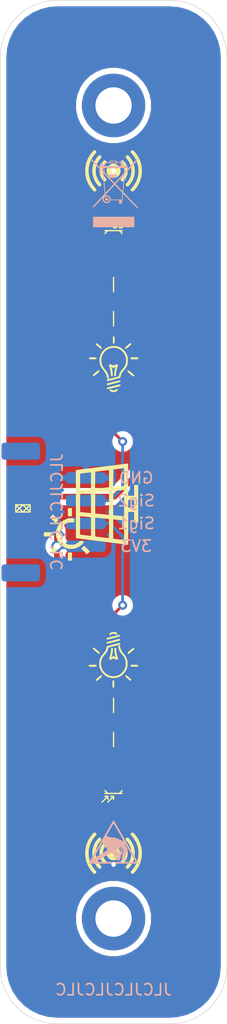
<source format=kicad_pcb>
(kicad_pcb (version 20171130) (host pcbnew "(5.1.10)-1")
  (layers (0 F.Cu signal hide) (31 B.Cu signal hide) (34 B.Paste user) (35 F.Paste user) (36 B.SilkS user) (37 F.SilkS user) (38 B.Mask user) (39 F.Mask user) (44 Edge.Cuts user))
  (net 0 "")
  (net 1 GND)
  (net 2 Signal1)
  (net 3 Signal2)
  (net 4 +3V3)
  (net 5 "Net-(Q1-Pad2)")
  (net 6 "Net-(Q2-Pad2)")
  (module Icons:esd-warning (layer F.Cu) (at 185 129)
    (fp_text reference G*** hide)
    (fp_text value LOGO hide)
  )
  (module Icons:electronics-garbage (layer F.Cu) (at 185 72)
    (fp_text reference G*** hide)
    (fp_text value LOGO hide)
  )
  (module Connector_JST:JST_PH_S4B-PH-SM4-TB_1x04-1MP_P2.00mm_Horizontal (layer B.Cu) (at 179.7 100 90)
    (fp_text reference J1)
    (fp_text value Conn_01x04)
    (pad MP smd roundrect (at 5.35 -2.9 90) (size 1.5 3.4) (layers B.Cu B.Paste B.Mask) (roundrect_rratio 0.1666666666666667))
    (pad MP smd roundrect (at -5.35 -2.9 90) (size 1.5 3.4) (layers B.Cu B.Paste B.Mask) (roundrect_rratio 0.1666666666666667))
    (pad 4 smd roundrect (at 3 2.85 90) (size 1 3.5) (layers B.Cu B.Paste B.Mask) (net 1 GND))
    (pad 3 smd roundrect (at 1 2.85 90) (size 1 3.5) (layers B.Cu B.Paste B.Mask) (net 3 Signal2))
    (pad 2 smd roundrect (at -1 2.85 90) (size 1 3.5) (layers B.Cu B.Paste B.Mask) (net 2 Signal1))
    (pad 1 smd roundrect (at -3 2.85 90) (size 1 3.5) (layers B.Cu B.Paste B.Mask) (net 4 +3V3))
  )
  (module Icons:solar_tracker (layer F.Cu) (at 183 100 90)
    (fp_text reference G*** hide)
    (fp_text value LOGO hide)
  )
  (module Icons:sensor (layer F.Cu) (at 185 70)
    (fp_text reference G*** hide)
    (fp_text value LOGO hide)
  )
  (module Icons:sensor (layer F.Cu) (at 185 130)
    (fp_text reference G*** hide)
    (fp_text value LOGO hide)
  )
  (module Icons:light (layer F.Cu) (at 185 113 180)
    (fp_text reference G*** hide)
    (fp_text value LOGO hide)
  )
  (module Icons:light (layer F.Cu) (at 185 87)
    (fp_text reference G*** hide)
    (fp_text value LOGO hide)
  )
  (module Icons:nabo_Icon_2 (layer B.Cu) (at 191 100 270)
    (fp_text reference G*** hide)
    (fp_text value LOGO hide)
    (fp_poly (pts (xy 0.76041 2.467593) (xy 0.836677 2.431699) (xy 0.908049 2.368551) (xy 0.97782 2.287746) (xy 1.009198 2.211049) (xy 1.016 2.116987) (xy 1.001389 1.993582) (xy 0.950431 1.896214) (xy 0.936625 1.879041) (xy 0.887716 1.803713) (xy 0.860301 1.728383) (xy 0.858647 1.671412) (xy 0.883634 1.651) (xy 0.915651 1.676068) (xy 0.955072 1.735738) (xy 1.057777 1.865773) (xy 1.198475 1.957676) (xy 1.36228 2.008471) (xy 1.534304 2.015181) (xy 1.699662 1.974832) (xy 1.815703 1.907793) (xy 1.89683 1.863699) (xy 1.999081 1.830705) (xy 2.012964 1.827891) (xy 2.139308 1.778566) (xy 2.249526 1.68963) (xy 2.323299 1.579117) (xy 2.336162 1.541067) (xy 2.340677 1.412272) (xy 2.300447 1.282277) (xy 2.225109 1.175907) (xy 2.181083 1.141601) (xy 2.097789 1.100145) (xy 2.027249 1.079987) (xy 2.020316 1.079619) (xy 1.961252 1.059531) (xy 1.882969 1.009168) (xy 1.852524 0.98425) (xy 1.76523 0.915204) (xy 1.708845 0.892601) (xy 1.673657 0.914075) (xy 1.66201 0.937854) (xy 1.673142 0.986955) (xy 1.723226 1.052842) (xy 1.796072 1.120809) (xy 1.875492 1.17615) (xy 1.945298 1.204158) (xy 1.95628 1.205179) (xy 2.060323 1.235916) (xy 2.143539 1.311386) (xy 2.187784 1.412879) (xy 2.19075 1.44693) (xy 2.164073 1.565933) (xy 2.089869 1.64725) (xy 1.976881 1.682079) (xy 1.956512 1.68275) (xy 1.870573 1.696722) (xy 1.809696 1.730537) (xy 1.808012 1.732469) (xy 1.703487 1.813839) (xy 1.561354 1.86278) (xy 1.453266 1.87325) (xy 1.292734 1.843867) (xy 1.159313 1.759566) (xy 1.061437 1.626121) (xy 1.04745 1.595438) (xy 0.993865 1.535797) (xy 0.934274 1.524) (xy 0.856257 1.499254) (xy 0.772453 1.43782) (xy 0.702958 1.358906) (xy 0.66787 1.28172) (xy 0.66675 1.268311) (xy 0.672091 1.240857) (xy 0.695959 1.234241) (xy 0.750119 1.250647) (xy 0.846339 1.292259) (xy 0.881062 1.308103) (xy 1.002886 1.369732) (xy 1.11462 1.436075) (xy 1.190625 1.491609) (xy 1.335516 1.613351) (xy 1.444772 1.686866) (xy 1.521522 1.714221) (xy 1.528281 1.7145) (xy 1.575632 1.6929) (xy 1.586524 1.64462) (xy 1.5617 1.594442) (xy 1.523999 1.571625) (xy 1.465054 1.546197) (xy 1.46246 1.528141) (xy 1.509282 1.519648) (xy 1.598583 1.52291) (xy 1.656975 1.52963) (xy 1.792215 1.541029) (xy 1.872448 1.529187) (xy 1.902382 1.492462) (xy 1.894337 1.44676) (xy 1.846147 1.40802) (xy 1.755183 1.395171) (xy 1.639103 1.387388) (xy 1.517757 1.370896) (xy 1.508125 1.369115) (xy 1.381125 1.344888) (xy 1.500187 1.293189) (xy 1.581558 1.243099) (xy 1.61947 1.188364) (xy 1.606886 1.14104) (xy 1.594559 1.131488) (xy 1.553397 1.132831) (xy 1.472525 1.152111) (xy 1.396121 1.176203) (xy 1.243793 1.220829) (xy 1.122832 1.232707) (xy 1.00968 1.210958) (xy 0.88552 1.157112) (xy 0.795496 1.107718) (xy 0.755069 1.072619) (xy 0.755009 1.042212) (xy 0.763463 1.030112) (xy 0.830017 0.994302) (xy 0.93441 0.986447) (xy 1.057138 1.007229) (xy 1.09312 1.01862) (xy 1.182462 1.030972) (xy 1.278253 1.016394) (xy 1.361748 0.981891) (xy 1.414203 0.934471) (xy 1.422108 0.895643) (xy 1.392532 0.856064) (xy 1.332717 0.855432) (xy 1.240258 0.863456) (xy 1.158875 0.861997) (xy 0.99258 0.850564) (xy 0.876295 0.847976) (xy 0.796967 0.855641) (xy 0.741544 0.874967) (xy 0.696972 0.907362) (xy 0.691515 0.912398) (xy 0.616287 0.983071) (xy 0.50115 0.888166) (xy 0.405819 0.795587) (xy 0.294739 0.666672) (xy 0.182834 0.520685) (xy 0.08503 0.37689) (xy 0.026548 0.275555) (xy -0.011652 0.185621) (xy -0.016283 0.135973) (xy 0.012085 0.132384) (xy 0.03892 0.150025) (xy 0.090211 0.177016) (xy 0.179699 0.212727) (xy 0.254 0.238277) (xy 0.443116 0.307033) (xy 0.586763 0.38002) (xy 0.702685 0.467485) (xy 0.77202 0.537451) (xy 0.86438 0.623197) (xy 0.935638 0.660544) (xy 0.978266 0.65305) (xy 0.984735 0.604275) (xy 0.947517 0.517777) (xy 0.915899 0.469439) (xy 0.806312 0.357282) (xy 0.646371 0.250949) (xy 0.449186 0.158426) (xy 0.343528 0.120739) (xy 0.221572 0.075773) (xy 0.112949 0.025926) (xy 0.045108 -0.015287) (xy -0.038868 -0.082247) (xy 0.139501 -0.216917) (xy 0.373991 -0.432228) (xy 0.571451 -0.693078) (xy 0.679087 -0.889) (xy 0.728055 -0.999707) (xy 0.757512 -1.093797) (xy 0.772285 -1.195405) (xy 0.777199 -1.328669) (xy 0.777476 -1.381125) (xy 0.766224 -1.595857) (xy 0.72705 -1.770333) (xy 0.652837 -1.924291) (xy 0.536467 -2.077471) (xy 0.519514 -2.096535) (xy 0.437867 -2.181141) (xy 0.358166 -2.245863) (xy 0.270329 -2.293393) (xy 0.164273 -2.326425) (xy 0.029915 -2.347651) (xy -0.142829 -2.359765) (xy -0.364041 -2.365458) (xy -0.492125 -2.366714) (xy -0.709955 -2.368915) (xy -0.875767 -2.372868) (xy -1.001039 -2.379627) (xy -1.097251 -2.39025) (xy -1.175881 -2.405795) (xy -1.248408 -2.427317) (xy -1.282908 -2.439526) (xy -1.420686 -2.485741) (xy -1.513725 -2.504764) (xy -1.57415 -2.497664) (xy -1.611702 -2.468562) (xy -1.63079 -2.424995) (xy -1.659588 -2.337406) (xy -1.693182 -2.223564) (xy -1.726659 -2.101242) (xy -1.755103 -1.988208) (xy -1.7736 -1.902233) (xy -1.778 -1.867205) (xy -1.751469 -1.846021) (xy -1.717052 -1.8415) (xy -1.668368 -1.871893) (xy -1.619964 -1.957802) (xy -1.575223 -2.091315) (xy -1.538414 -2.259439) (xy -1.517965 -2.375753) (xy -1.33842 -2.31006) (xy -1.26363 -2.286033) (xy -1.180511 -2.267537) (xy -1.078128 -2.253421) (xy -0.945547 -2.242534) (xy -0.771834 -2.233728) (xy -0.546054 -2.225851) (xy -0.534351 -2.225496) (xy -0.341414 -2.218704) (xy -0.17061 -2.210861) (xy -0.031937 -2.202577) (xy 0.064604 -2.19446) (xy 0.109013 -2.187119) (xy 0.110471 -2.18622) (xy 0.09586 -2.161572) (xy 0.037914 -2.116889) (xy -0.047311 -2.063929) (xy -0.155963 -1.992415) (xy -0.205935 -1.936351) (xy -0.196529 -1.897005) (xy -0.149219 -1.879059) (xy -0.09722 -1.889296) (xy -0.010216 -1.925773) (xy 0.09321 -1.980665) (xy 0.095914 -1.982246) (xy 0.195452 -2.038465) (xy 0.274111 -2.078996) (xy 0.315574 -2.095459) (xy 0.316378 -2.0955) (xy 0.352162 -2.07327) (xy 0.408336 -2.017767) (xy 0.427599 -1.995678) (xy 0.511594 -1.895856) (xy 0.408699 -1.789695) (xy 0.245409 -1.664339) (xy 0.05461 -1.595076) (xy -0.160818 -1.582242) (xy -0.397995 -1.626176) (xy -0.54504 -1.678069) (xy -0.754468 -1.749479) (xy -0.924379 -1.774183) (xy -1.058712 -1.75178) (xy -1.161404 -1.681865) (xy -1.213657 -1.609684) (xy -1.232538 -1.548315) (xy -1.250536 -1.441541) (xy -1.264948 -1.307433) (xy -1.270196 -1.231661) (xy -1.287056 -1.044746) (xy -1.317517 -0.909481) (xy -1.367527 -0.814477) (xy -1.443036 -0.748346) (xy -1.547688 -0.700512) (xy -1.706494 -0.676695) (xy -1.867444 -0.714025) (xy -2.024018 -0.810745) (xy -2.054361 -0.837177) (xy -2.166454 -0.939902) (xy -2.085059 -1.097013) (xy -2.016152 -1.221033) (xy -1.937327 -1.350521) (xy -1.906843 -1.397) (xy -1.839349 -1.512231) (xy -1.812419 -1.596165) (xy -1.8272 -1.643048) (xy -1.856192 -1.651) (xy -1.898406 -1.624769) (xy -1.961537 -1.553987) (xy -2.037359 -1.450523) (xy -2.117647 -1.326242) (xy -2.194176 -1.193013) (xy -2.248617 -1.084845) (xy -2.319622 -0.864595) (xy -2.3319 -0.646252) (xy -2.290059 -0.43634) (xy -2.198704 -0.241385) (xy -2.062441 -0.067909) (xy -1.885877 0.077564) (xy -1.673617 0.188509) (xy -1.430267 0.258403) (xy -1.287263 0.276802) (xy -1.16579 0.284945) (xy -1.094341 0.284712) (xy -1.059686 0.273342) (xy -1.048597 0.248075) (xy -1.04775 0.226833) (xy -1.058307 0.181045) (xy -1.101513 0.160578) (xy -1.166813 0.155586) (xy -1.268782 0.147658) (xy -1.356199 0.132646) (xy -1.361527 0.131221) (xy -1.401603 0.116314) (xy -1.41017 0.097268) (xy -1.380997 0.0674) (xy -1.307852 0.02003) (xy -1.198563 -0.043496) (xy -1.095301 -0.114858) (xy -1.049952 -0.176701) (xy -1.064118 -0.226407) (xy -1.079478 -0.23811) (xy -1.118598 -0.231247) (xy -1.19851 -0.197002) (xy -1.306048 -0.141472) (xy -1.384704 -0.096746) (xy -1.658204 0.064227) (xy -1.75779 0.002458) (xy -1.899318 -0.107262) (xy -2.02372 -0.244319) (xy -2.120347 -0.393243) (xy -2.178551 -0.538564) (xy -2.19075 -0.626592) (xy -2.186869 -0.697071) (xy -2.177411 -0.729937) (xy -2.176285 -0.73025) (xy -2.143603 -0.714027) (xy -2.078252 -0.673164) (xy -2.046092 -0.651714) (xy -1.891249 -0.576855) (xy -1.720288 -0.543419) (xy -1.552053 -0.552073) (xy -1.40539 -0.603487) (xy -1.367999 -0.627656) (xy -1.255744 -0.730099) (xy -1.185578 -0.84726) (xy -1.150503 -0.99517) (xy -1.143 -1.142957) (xy -1.132592 -1.349374) (xy -1.100223 -1.499282) (xy -1.044182 -1.596355) (xy -0.962757 -1.644269) (xy -0.906279 -1.651) (xy -0.856026 -1.639912) (xy -0.762785 -1.610153) (xy -0.642389 -1.566978) (xy -0.571501 -1.539875) (xy -0.408099 -1.482593) (xy -0.262782 -1.443928) (xy -0.154255 -1.428801) (xy -0.149322 -1.42875) (xy 0.066487 -1.455679) (xy 0.281494 -1.530006) (xy 0.45691 -1.634127) (xy 0.599007 -1.742592) (xy 0.617003 -1.649171) (xy 0.63749 -1.542822) (xy 0.652991 -1.46235) (xy 0.658875 -1.424494) (xy 0.65525 -1.392335) (xy 0.634892 -1.359806) (xy 0.590579 -1.320842) (xy 0.515084 -1.269374) (xy 0.401186 -1.199338) (xy 0.24166 -1.104665) (xy 0.192677 -1.075772) (xy 0.08414 -1.008236) (xy -0.001315 -0.948432) (xy -0.05004 -0.906174) (xy -0.056026 -0.896954) (xy -0.052173 -0.851555) (xy -0.000116 -0.844815) (xy 0.098312 -0.876292) (xy 0.241281 -0.945545) (xy 0.315175 -0.986363) (xy 0.43567 -1.052936) (xy 0.534506 -1.103896) (xy 0.599682 -1.13328) (xy 0.61933 -1.137502) (xy 0.613736 -1.104165) (xy 0.585861 -1.029733) (xy 0.541652 -0.929991) (xy 0.539325 -0.925057) (xy 0.400727 -0.697083) (xy 0.209534 -0.47897) (xy -0.023351 -0.280108) (xy -0.287026 -0.109887) (xy -0.552538 0.015351) (xy -0.701708 0.079123) (xy -0.790487 0.130862) (xy -0.820539 0.171999) (xy -0.79353 0.203969) (xy -0.779067 0.210312) (xy -0.715515 0.209486) (xy -0.602857 0.180056) (xy -0.447653 0.123967) (xy -0.342927 0.080926) (xy -0.315011 0.074823) (xy -0.301002 0.094806) (xy -0.298697 0.152808) (xy -0.305891 0.260765) (xy -0.30707 0.275036) (xy -0.311306 0.428993) (xy -0.309644 0.465067) (xy -0.15875 0.465067) (xy -0.15875 0.23957) (xy -0.039688 0.443438) (xy 0.037079 0.558776) (xy 0.142101 0.695493) (xy 0.257692 0.831132) (xy 0.309769 0.887215) (xy 0.403611 0.989913) (xy 0.475994 1.07874) (xy 0.518264 1.14246) (xy 0.525078 1.166813) (xy 0.484484 1.203394) (xy 0.423773 1.200778) (xy 0.368693 1.163685) (xy 0.351832 1.135063) (xy 0.274287 1.017506) (xy 0.153231 0.933996) (xy 0.021067 0.897432) (xy -0.068411 0.88269) (xy -0.114157 0.855924) (xy -0.135915 0.803446) (xy -0.13966 0.786015) (xy -0.149427 0.705225) (xy -0.156309 0.587269) (xy -0.15875 0.465067) (xy -0.309644 0.465067) (xy -0.303401 0.600522) (xy -0.29056 0.71366) (xy -0.273613 0.830474) (xy -0.270018 0.903738) (xy -0.282723 0.952542) (xy -0.314674 0.995979) (xy -0.337983 1.020809) (xy -0.413087 1.142256) (xy -0.43982 1.286048) (xy -0.305514 1.286048) (xy -0.289948 1.205593) (xy -0.262965 1.139691) (xy -0.231651 1.11252) (xy -0.230974 1.11254) (xy -0.201049 1.141193) (xy -0.156626 1.215331) (xy -0.104046 1.320456) (xy -0.049651 1.442069) (xy 0.000215 1.565673) (xy 0.039213 1.67677) (xy 0.061 1.760862) (xy 0.0635 1.785728) (xy 0.07488 1.907106) (xy 0.105107 2.00245) (xy 0.148312 2.056713) (xy 0.171965 2.06375) (xy 0.228883 2.042295) (xy 0.238924 1.978748) (xy 0.223262 1.92354) (xy 0.204349 1.863333) (xy 0.212648 1.847818) (xy 0.252163 1.878574) (xy 0.326895 1.957181) (xy 0.337152 1.9685) (xy 0.433293 2.056319) (xy 0.514662 2.093803) (xy 0.574724 2.078541) (xy 0.588827 2.0614) (xy 0.58372 2.017574) (xy 0.543081 1.956353) (xy 0.537324 1.950044) (xy 0.49058 1.895627) (xy 0.48599 1.86369) (xy 0.520864 1.831755) (xy 0.522973 1.830211) (xy 0.563183 1.780545) (xy 0.548197 1.740795) (xy 0.48631 1.720015) (xy 0.423055 1.721177) (xy 0.356891 1.723346) (xy 0.306679 1.703372) (xy 0.253773 1.64968) (xy 0.205222 1.58593) (xy 0.136798 1.482916) (xy 0.067224 1.362239) (xy 0.00508 1.240851) (xy -0.041051 1.135704) (xy -0.062588 1.063751) (xy -0.06319 1.055688) (xy -0.049464 1.022169) (xy -0.000392 1.021744) (xy 0.07601 1.046471) (xy 0.140814 1.093864) (xy 0.20483 1.175532) (xy 0.221597 1.205221) (xy 0.276513 1.292249) (xy 0.332042 1.329582) (xy 0.363334 1.3335) (xy 0.460851 1.361866) (xy 0.559235 1.436462) (xy 0.645553 1.541536) (xy 0.706869 1.661336) (xy 0.730249 1.780111) (xy 0.73025 1.780335) (xy 0.750036 1.847901) (xy 0.798963 1.928952) (xy 0.812437 1.945884) (xy 0.869724 2.050951) (xy 0.875423 2.153829) (xy 0.83933 2.243879) (xy 0.771239 2.310462) (xy 0.680943 2.342938) (xy 0.578237 2.330668) (xy 0.499336 2.286001) (xy 0.382215 2.233185) (xy 0.277499 2.2225) (xy 0.11346 2.193974) (xy -0.022144 2.115063) (xy -0.120521 1.995767) (xy -0.172876 1.846088) (xy -0.17528 1.707528) (xy -0.168736 1.60611) (xy -0.18412 1.541178) (xy -0.220477 1.494024) (xy -0.275733 1.419108) (xy -0.302579 1.356881) (xy -0.305514 1.286048) (xy -0.43982 1.286048) (xy -0.440263 1.288427) (xy -0.417626 1.440317) (xy -0.386779 1.512954) (xy -0.346674 1.617276) (xy -0.317242 1.746926) (xy -0.30912 1.815641) (xy -0.268215 2.00759) (xy -0.17635 2.16322) (xy -0.036804 2.279236) (xy 0.147147 2.352346) (xy 0.242711 2.37026) (xy 0.347935 2.391203) (xy 0.434843 2.42036) (xy 0.459502 2.433611) (xy 0.530176 2.460623) (xy 0.629792 2.475497) (xy 0.661114 2.4765) (xy 0.76041 2.467593)) (layer F.Cu) (width 0.01))
  )
  (module TEMT:Vishay_Semiconductors-TEMT6000X01-Manufacturer_Recommended (layer F.Cu) (at 185 75)
    (fp_text reference Q2)
    (fp_text value TEMT6000X01)
    (pad 3 smd rect (at 1.775 0.000001) (size 1.1 1.000001) (layers F.Cu F.Paste F.Mask) (net 4 +3V3))
    (pad 2 smd rect (at -1.775 0.549999) (size 1.1 0.800001) (layers F.Cu F.Paste F.Mask) (net 6 "Net-(Q2-Pad2)"))
    (pad 1 smd rect (at -1.775 -0.550001) (size 1.1 0.800001) (layers F.Cu F.Paste F.Mask) (net 3 Signal2))
  )
  (module Resistor_SMD:R_0805_2012Metric (layer F.Cu) (at 185 80)
    (fp_text reference R2)
    (fp_text value 10k)
    (pad 2 smd roundrect (at 0.9125 0) (size 1.025 1.4) (layers F.Cu F.Paste F.Mask) (roundrect_rratio 0.2439004878048781) (net 1 GND))
    (pad 1 smd roundrect (at -0.9125 0) (size 1.025 1.4) (layers F.Cu F.Paste F.Mask) (roundrect_rratio 0.2439004878048781) (net 3 Signal2))
  )
  (module Resistor_SMD:R_0805_2012Metric (layer F.Cu) (at 185 120)
    (fp_text reference R1)
    (fp_text value 10k)
    (pad 1 smd roundrect (at -0.9125 0) (size 1.025 1.4) (layers F.Cu F.Paste F.Mask) (roundrect_rratio 0.2439004878048781) (net 2 Signal1))
    (pad 2 smd roundrect (at 0.9125 0) (size 1.025 1.4) (layers F.Cu F.Paste F.Mask) (roundrect_rratio 0.2439004878048781) (net 1 GND))
  )
  (module TEMT:Vishay_Semiconductors-TEMT6000X01-Manufacturer_Recommended (layer F.Cu) (at 185 125 180)
    (fp_text reference Q1)
    (fp_text value TEMT6000X01)
    (pad 1 smd rect (at -1.775 -0.550001 180) (size 1.1 0.800001) (layers F.Cu F.Paste F.Mask) (net 2 Signal1))
    (pad 2 smd rect (at -1.775 0.549999 180) (size 1.1 0.800001) (layers F.Cu F.Paste F.Mask) (net 5 "Net-(Q1-Pad2)"))
    (pad 3 smd rect (at 1.775 0.000001 180) (size 1.1 1.000001) (layers F.Cu F.Paste F.Mask) (net 4 +3V3))
  )
  (module MountingHole:MountingHole_3.2mm_M3_DIN965_Pad (layer F.Cu) (at 185 64.25)
    (fp_text reference REF**)
    (fp_text value MountingHole_3.2mm_M3_DIN965_Pad)
    (pad 1 thru_hole circle (at 0 0) (size 5.6 5.6) (drill 3.2) (layers *.Cu *.Mask))
  )
  (module MountingHole:MountingHole_3.2mm_M3_DIN965_Pad (layer F.Cu) (at 185 135.75)
    (fp_text reference REF**)
    (fp_text value MountingHole_3.2mm_M3_DIN965_Pad)
    (pad 1 thru_hole circle (at 0 0) (size 5.6 5.6) (drill 3.2) (layers *.Cu *.Mask))
  )
  (module Capacitor_Tantalum_SMD:CP_EIA-3216-18_Kemet-A (layer F.Cu) (at 177 100 270)
    (fp_text reference C1)
    (fp_text value 1uF)
    (pad 1 smd roundrect (at -1.35 0 270) (size 1.4 1.35) (layers F.Cu F.Paste F.Mask) (roundrect_rratio 0.1851844444444445) (net 4 +3V3))
    (pad 2 smd roundrect (at 1.35 0 270) (size 1.4 1.35) (layers F.Cu F.Paste F.Mask) (roundrect_rratio 0.1851844444444445) (net 1 GND))
  )
  (module Capacitor_SMD:C_0805_2012Metric (layer F.Cu) (at 185 117)
    (fp_text reference C2)
    (fp_text value 100nF)
    (pad 1 smd roundrect (at -0.95 0) (size 1 1.45) (layers F.Cu F.Paste F.Mask) (net 2 Signal1))
    (pad 2 smd roundrect (at 0.95 0) (size 1 1.45) (layers F.Cu F.Paste F.Mask) (net 1 GND))
  )
  (module Capacitor_SMD:C_0805_2012Metric (layer F.Cu) (at 185 83)
    (fp_text reference C3)
    (fp_text value 100nF)
    (pad 2 smd roundrect (at 0.95 0) (size 1 1.45) (layers F.Cu F.Paste F.Mask) (net 1 GND))
    (pad 1 smd roundrect (at -0.95 0) (size 1 1.45) (layers F.Cu F.Paste F.Mask) (net 3 Signal2))
  )
  (gr_text JLCJLCJLCJLC (at 185 142) (layer B.SilkS) (effects (font (size 1 1)) (justify mirror)))
  (gr_text 3V3 (at 187 103) (layer B.SilkS) (effects (font (size 1 1)) (justify mirror)))
  (gr_text Sig1 (at 187 101) (layer B.SilkS) (effects (font (size 1 1)) (justify mirror)))
  (gr_text JLCJLCJLCJLC (at 180 100 90) (layer B.SilkS) (effects (font (size 1 1)) (justify mirror)))
  (gr_text Sig2 (at 187 99) (layer B.SilkS) (effects (font (size 1 1)) (justify mirror)))
  (gr_text GND (at 187 97) (layer B.SilkS) (effects (font (size 1 1)) (justify mirror)))
  (gr_arc (start 190 140) (end 190 145) (angle -90) (layer Edge.Cuts) (width 0.05))
  (gr_arc (start 180 140) (end 180 145) (angle 90) (layer Edge.Cuts) (width 0.05))
  (gr_arc (start 190 60) (end 195 60) (angle -90) (layer Edge.Cuts) (width 0.05))
  (gr_arc (start 180 60) (end 180 55) (angle -90) (layer Edge.Cuts) (width 0.05))
  (gr_line (start 175 140) (end 175 60) (layer Edge.Cuts) (width 0.05))
  (gr_line (start 190 145) (end 180 145) (layer Edge.Cuts) (width 0.05))
  (gr_line (start 195 60) (end 195 140) (layer Edge.Cuts) (width 0.05))
  (gr_line (start 180 55) (end 190 55) (layer Edge.Cuts) (width 0.05))
  (segment (start 179.94 96.19) (end 180 96.25) (width 0.25) (layer B.Cu) (net 1))
  (segment (start 177 96.19) (end 179.94 96.19) (width 0.25) (layer B.Cu) (net 1))
  (via (at 185 70) (size 0.8) (drill 0.4) (layers F.Cu B.Cu) (net 1))
  (via (at 185 131) (size 0.8) (drill 0.4) (layers F.Cu B.Cu) (net 1))
  (segment (start 184.0875 123.662501) (end 184.0875 120) (width 0.25) (layer F.Cu) (net 2))
  (segment (start 185.975 125.550001) (end 184.0875 123.662501) (width 0.25) (layer F.Cu) (net 2))
  (segment (start 186.775 125.550001) (end 185.975 125.550001) (width 0.25) (layer F.Cu) (net 2))
  (segment (start 184.0875 120) (end 184.0875 117.1125) (width 0.25) (layer F.Cu) (net 2))
  (segment (start 184.0875 117.1125) (end 184.2 117) (width 0.25) (layer F.Cu) (net 2))
  (segment (start 185.8 102.15) (end 185.8 108.2) (width 0.25) (layer B.Cu) (net 2))
  (segment (start 184.65 101) (end 185.8 102.15) (width 0.25) (layer B.Cu) (net 2))
  (segment (start 182.55 101) (end 184.65 101) (width 0.25) (layer B.Cu) (net 2))
  (segment (start 185.8 108.2) (end 185.8 108.2) (width 0.25) (layer B.Cu) (net 2))
  (via (at 185.8 108.2) (size 0.8) (drill 0.4) (layers F.Cu B.Cu) (net 2))
  (segment (start 184.05 109.95) (end 185.8 108.2) (width 0.25) (layer F.Cu) (net 2))
  (segment (start 184.05 117) (end 184.05 109.95) (width 0.25) (layer F.Cu) (net 2))
  (segment (start 184.025 74.449999) (end 183.225 74.449999) (width 0.25) (layer F.Cu) (net 3))
  (segment (start 184.75 78.25) (end 184.75 75.174999) (width 0.25) (layer F.Cu) (net 3))
  (segment (start 184.75 75.174999) (end 184.025 74.449999) (width 0.25) (layer F.Cu) (net 3))
  (segment (start 184.0875 78.9125) (end 184.75 78.25) (width 0.25) (layer F.Cu) (net 3))
  (segment (start 184.0875 80) (end 184.0875 78.9125) (width 0.25) (layer F.Cu) (net 3))
  (segment (start 184.0875 80) (end 184.0875 83.1125) (width 0.25) (layer F.Cu) (net 3))
  (segment (start 185.8 93.8) (end 185.8 93.8) (width 0.25) (layer B.Cu) (net 3))
  (via (at 185.8 93.8) (size 0.8) (drill 0.4) (layers F.Cu B.Cu) (net 3))
  (segment (start 184.05 92.05) (end 185.8 93.8) (width 0.25) (layer F.Cu) (net 3))
  (segment (start 184.05 83) (end 184.05 92.05) (width 0.25) (layer F.Cu) (net 3))
  (segment (start 185.8 97.85) (end 185.8 93.8) (width 0.25) (layer B.Cu) (net 3))
  (segment (start 184.65 99) (end 185.8 97.85) (width 0.25) (layer B.Cu) (net 3))
  (segment (start 182.55 99) (end 184.65 99) (width 0.25) (layer B.Cu) (net 3))
  (segment (start 180 121.774999) (end 183.225 124.999999) (width 0.5) (layer F.Cu) (net 4))
  (segment (start 190.25 93.5) (end 190.25 78.475001) (width 0.5) (layer F.Cu) (net 4))
  (segment (start 190.25 78.475001) (end 186.775 75.000001) (width 0.5) (layer F.Cu) (net 4))
  (segment (start 185.1 98.65) (end 190.25 93.5) (width 0.5) (layer F.Cu) (net 4))
  (segment (start 177 98.65) (end 185.1 98.65) (width 0.5) (layer F.Cu) (net 4))
  (segment (start 177.4 99) (end 177 99) (width 0.25) (layer F.Cu) (net 4))
  (segment (start 180 101.6) (end 177.4 99) (width 0.5) (layer F.Cu) (net 4))
  (segment (start 180 121.774999) (end 180 101.6) (width 0.5) (layer F.Cu) (net 4))
  (via (at 180 103) (size 1) (drill 0.6) (layers F.Cu B.Cu) (net 4))
  (segment (start 182.55 103) (end 180 103) (width 0.5) (layer B.Cu) (net 4))
  (zone (net 1) (net_name GND) (layer F.Cu) (connect_pads (clearance 0.508)) (min_thickness 0.254) (fill yes (arc_segments 32) (thermal_gap 0.508) (thermal_bridge_width 0.508))
    (polygon (pts (xy 195 145) (xy 175 145) (xy 175 55) (xy 195 55)))
  )
  (zone (net 1) (net_name GND) (layer B.Cu) (connect_pads (clearance 0.508)) (min_thickness 0.254) (fill yes (arc_segments 32) (thermal_gap 0.508) (thermal_bridge_width 0.508))
    (polygon (pts (xy 195 145) (xy 175 145) (xy 175 55) (xy 195 55)))
  )
)
</source>
